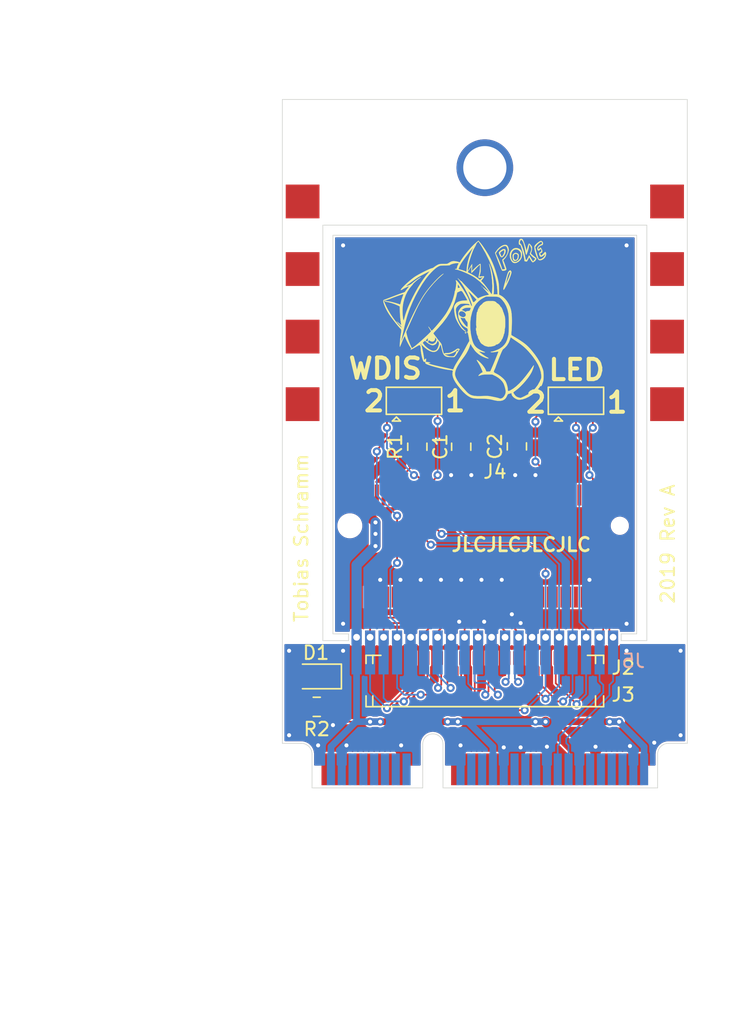
<source format=kicad_pcb>
(kicad_pcb (version 20171130) (host pcbnew 5.1.4)
  (layers (0 F.Cu signal) (31 B.Cu signal) (34 B.Paste user) (35 F.Paste user) (36 B.SilkS user) (37 F.SilkS user) (38 B.Mask user) (39 F.Mask user) (44 Edge.Cuts user))
  (net 0 "")
  (net 1 "Net-(J1-Pad6)")
  (net 2 "Net-(J1-Pad8)")
  (net 3 "Net-(J1-Pad10)")
  (net 4 "Net-(J1-Pad12)")
  (net 5 "Net-(J1-Pad14)")
  (net 6 "Net-(J1-Pad16)")
  (net 7 "Net-(J1-Pad48)")
  (net 8 "Net-(J1-Pad46)")
  (net 9 "Net-(J1-Pad44)")
  (net 10 "Net-(J1-Pad42)")
  (net 11 "Net-(J1-Pad32)")
  (net 12 "Net-(J1-Pad30)")
  (net 13 "Net-(J1-Pad28)")
  (net 14 "Net-(J1-Pad22)")
  (net 15 "Net-(J1-Pad20)")
  (net 16 "Net-(J1-Pad17)")
  (net 17 "Net-(J1-Pad1)")
  (net 18 "Net-(J1-Pad3)")
  (net 19 "Net-(J1-Pad5)")
  (net 20 "Net-(J1-Pad7)")
  (net 21 "Net-(J1-Pad9)")
  (net 22 "Net-(J1-Pad11)")
  (net 23 "Net-(J1-Pad13)")
  (net 24 "Net-(J1-Pad51)")
  (net 25 "Net-(J1-Pad49)")
  (net 26 "Net-(J1-Pad47)")
  (net 27 "Net-(J1-Pad45)")
  (net 28 "Net-(J1-Pad33)")
  (net 29 "Net-(J1-Pad31)")
  (net 30 "Net-(J1-Pad25)")
  (net 31 "Net-(J1-Pad23)")
  (net 32 "Net-(J1-Pad21)")
  (net 33 "Net-(J1-Pad19)")
  (net 34 "Net-(J4-Pad71)")
  (net 35 "Net-(J4-Pad67)")
  (net 36 "Net-(J4-Pad65)")
  (net 37 "Net-(J4-Pad64)")
  (net 38 "Net-(J4-Pad62)")
  (net 39 "Net-(J4-Pad61)")
  (net 40 "Net-(J4-Pad59)")
  (net 41 "Net-(J4-Pad56)")
  (net 42 "Net-(J4-Pad54)")
  (net 43 "Net-(J4-Pad50)")
  (net 44 "Net-(J4-Pad48)")
  (net 45 "Net-(J4-Pad46)")
  (net 46 "Net-(J4-Pad44)")
  (net 47 "Net-(J4-Pad42)")
  (net 48 "Net-(J4-Pad40)")
  (net 49 "Net-(J4-Pad38)")
  (net 50 "Net-(J4-Pad36)")
  (net 51 "Net-(J4-Pad34)")
  (net 52 "Net-(J4-Pad32)")
  (net 53 "Net-(J4-Pad22)")
  (net 54 "Net-(J4-Pad21)")
  (net 55 "Net-(J4-Pad20)")
  (net 56 "Net-(J4-Pad19)")
  (net 57 "Net-(J4-Pad17)")
  (net 58 "Net-(J4-Pad16)")
  (net 59 "Net-(J4-Pad6)")
  (net 60 "Net-(J4-Pad73)")
  (net 61 "Net-(J4-Pad70)")
  (net 62 "Net-(J4-Pad68)")
  (net 63 "Net-(J4-Pad66)")
  (net 64 +3V3)
  (net 65 GND)
  (net 66 /SMB_CLK)
  (net 67 /SMB_DATA)
  (net 68 /~WAKE)
  (net 69 /~CLKREQ)
  (net 70 /REFCLK-)
  (net 71 /REFCLK+)
  (net 72 /PER0-)
  (net 73 /PER0+)
  (net 74 /PET0-)
  (net 75 /PET0+)
  (net 76 /USB_D-)
  (net 77 /USB_D+)
  (net 78 /~LED_WLAN)
  (net 79 /~PERST)
  (net 80 /~W_DISABLE)
  (net 81 "Net-(D1-Pad2)")
  (net 82 "Net-(J7-Pad1)")
  (net 83 "Net-(J8-Pad1)")
  (net 84 "Net-(J9-Pad1)")
  (net 85 "Net-(J10-Pad1)")
  (net 86 "Net-(J11-Pad1)")
  (net 87 "Net-(J12-Pad1)")
  (net 88 "Net-(J13-Pad1)")
  (net 89 "Net-(J14-Pad1)")
  (net 90 "Net-(J15-Pad1)")
  (module amphenol-m.2:screw-stud (layer F.Cu) (at 35 25)
    (fp_text reference J15 hide)
    (fp_text value Conn_01x01)
    (pad 1 thru_hole circle (at 0 0) (size 4.2 4.2) (drill 3.2) (layers *.Cu *.Mask) (net 90 "Net-(J15-Pad1)"))
  )
  (module mechanical:Pad-2.5x2.5 (layer F.Cu) (at 21.5 42.5)
    (fp_text reference J14 hide)
    (fp_text value Conn_01x01)
    (pad 1 smd rect (at 0 0) (size 2.5 2.5) (layers F.Cu F.Paste F.Mask) (net 89 "Net-(J14-Pad1)"))
  )
  (module mechanical:Pad-2.5x2.5 (layer F.Cu) (at 21.5 32.5)
    (fp_text reference J13 hide)
    (fp_text value Conn_01x01)
    (pad 1 smd rect (at 0 0) (size 2.5 2.5) (layers F.Cu F.Paste F.Mask) (net 88 "Net-(J13-Pad1)"))
  )
  (module mechanical:Pad-2.5x2.5 (layer F.Cu) (at 48.5 42.5)
    (fp_text reference J12 hide)
    (fp_text value Conn_01x01)
    (pad 1 smd rect (at 0 0) (size 2.5 2.5) (layers F.Cu F.Paste F.Mask) (net 87 "Net-(J12-Pad1)"))
  )
  (module mechanical:Pad-2.5x2.5 (layer F.Cu) (at 48.5 32.5)
    (fp_text reference J11 hide)
    (fp_text value Conn_01x01)
    (pad 1 smd rect (at 0 0) (size 2.5 2.5) (layers F.Cu F.Paste F.Mask) (net 86 "Net-(J11-Pad1)"))
  )
  (module mechanical:Pad-2.5x2.5 (layer F.Cu) (at 21.5 37.5)
    (fp_text reference J10 hide)
    (fp_text value Conn_01x01)
    (pad 1 smd rect (at 0 0) (size 2.5 2.5) (layers F.Cu F.Paste F.Mask) (net 85 "Net-(J10-Pad1)"))
  )
  (module mechanical:Pad-2.5x2.5 (layer F.Cu) (at 21.5 27.5)
    (fp_text reference J9 hide)
    (fp_text value Conn_01x01)
    (pad 1 smd rect (at 0 0) (size 2.5 2.5) (layers F.Cu F.Paste F.Mask) (net 84 "Net-(J9-Pad1)"))
  )
  (module mechanical:Pad-2.5x2.5 (layer F.Cu) (at 48.5 37.5)
    (fp_text reference J8 hide)
    (fp_text value Conn_01x01)
    (pad 1 smd rect (at 0 0) (size 2.5 2.5) (layers F.Cu F.Paste F.Mask) (net 83 "Net-(J8-Pad1)"))
  )
  (module mechanical:Pad-2.5x2.5 (layer F.Cu) (at 48.5 27.5)
    (fp_text reference J7 hide)
    (fp_text value Conn_01x01)
    (pad 1 smd rect (at 0 0) (size 2.5 2.5) (layers F.Cu F.Paste F.Mask) (net 82 "Net-(J7-Pad1)"))
  )
  (module lib:poke (layer F.Cu) (at 33.5 36.25)
    (fp_text reference G*** hide)
    (fp_text value LOGO hide)
  )
  (module Capacitor_SMD:C_0805_2012Metric_Pad1.15x1.40mm_HandSolder (layer F.Cu) (at 37.375 45.625 270)
    (fp_text reference C2 (at 0 1.625 90) (layer F.SilkS))
    (fp_text value C)
    (pad 2 smd roundrect (at 1.025 0 270) (size 1.15 1.4) (layers F.Cu F.Paste F.Mask) (roundrect_rratio 0.217391) (net 65 GND))
    (pad 1 smd roundrect (at -1.025 0 270) (size 1.15 1.4) (layers F.Cu F.Paste F.Mask) (roundrect_rratio 0.217391) (net 64 +3V3))
  )
  (module Capacitor_SMD:C_0805_2012Metric_Pad1.15x1.40mm_HandSolder (layer F.Cu) (at 33.25 45.65 270)
    (fp_text reference C1 (at 0 1.55 90) (layer F.SilkS))
    (fp_text value C)
    (pad 2 smd roundrect (at 1.025 0 270) (size 1.15 1.4) (layers F.Cu F.Paste F.Mask) (roundrect_rratio 0.217391) (net 65 GND))
    (pad 1 smd roundrect (at -1.025 0 270) (size 1.15 1.4) (layers F.Cu F.Paste F.Mask) (roundrect_rratio 0.217391) (net 64 +3V3))
  )
  (module Jumper:SolderJumper-3_P1.3mm_Open_Pad1.0x1.5mm (layer F.Cu) (at 29.75 42.25)
    (fp_text reference JP2 hide)
    (fp_text value SolderJumper_3_Open)
    (pad 1 smd rect (at -1.3 0) (size 1 1.5) (layers F.Cu F.Mask) (net 41 "Net-(J4-Pad56)"))
    (pad 2 smd rect (at 0 0) (size 1 1.5) (layers F.Cu F.Mask) (net 80 /~W_DISABLE))
    (pad 3 smd rect (at 1.3 0) (size 1 1.5) (layers F.Cu F.Mask) (net 42 "Net-(J4-Pad54)"))
  )
  (module Jumper:SolderJumper-3_P1.3mm_Open_Pad1.0x1.5mm (layer F.Cu) (at 41.75 42.25)
    (fp_text reference JP1 hide)
    (fp_text value SolderJumper_3_Open)
    (pad 1 smd rect (at -1.3 0) (size 1 1.5) (layers F.Cu F.Mask) (net 58 "Net-(J4-Pad16)"))
    (pad 2 smd rect (at 0 0) (size 1 1.5) (layers F.Cu F.Mask) (net 78 /~LED_WLAN))
    (pad 3 smd rect (at 1.3 0) (size 1 1.5) (layers F.Cu F.Mask) (net 59 "Net-(J4-Pad6)"))
  )
  (module Resistor_SMD:R_0805_2012Metric_Pad1.15x1.40mm_HandSolder (layer F.Cu) (at 22.55 64.9 180)
    (fp_text reference R2 (at 0 -1.65) (layer F.SilkS))
    (fp_text value "1 kR")
    (pad 2 smd roundrect (at 1.025 0 180) (size 1.15 1.4) (layers F.Cu F.Paste F.Mask) (roundrect_rratio 0.217391) (net 81 "Net-(D1-Pad2)"))
    (pad 1 smd roundrect (at -1.025 0 180) (size 1.15 1.4) (layers F.Cu F.Paste F.Mask) (roundrect_rratio 0.217391) (net 64 +3V3))
  )
  (module LED_SMD:LED_0805_2012Metric_Castellated (layer F.Cu) (at 22.49 62.65 180)
    (fp_text reference D1 (at 0 1.75) (layer F.SilkS))
    (fp_text value LED)
    (pad 2 smd roundrect (at 0.9625 0 180) (size 1.325 1.3) (layers F.Cu F.Paste F.Mask) (roundrect_rratio 0.192308) (net 81 "Net-(D1-Pad2)"))
    (pad 1 smd roundrect (at -0.9625 0 180) (size 1.325 1.3) (layers F.Cu F.Paste F.Mask) (roundrect_rratio 0.192308) (net 65 GND))
  )
  (module Resistor_SMD:R_0805_2012Metric_Pad1.15x1.40mm_HandSolder (layer F.Cu) (at 30 45.65 90)
    (fp_text reference R1 (at 0 -1.65 90) (layer F.SilkS))
    (fp_text value "10 kR")
    (pad 2 smd roundrect (at 1.025 0 90) (size 1.15 1.4) (layers F.Cu F.Paste F.Mask) (roundrect_rratio 0.217391) (net 64 +3V3))
    (pad 1 smd roundrect (at -1.025 0 90) (size 1.15 1.4) (layers F.Cu F.Paste F.Mask) (roundrect_rratio 0.217391) (net 38 "Net-(J4-Pad62)"))
  )
  (module Connector_BoardToBoard:castellated-20p-P1.0 (layer F.Cu) (at 35 59.75)
    (fp_text reference J6 hide)
    (fp_text value Conn_01x20)
    (pad 20 thru_hole rect (at 9.5 0) (size 0.75 1) (drill 0.5) (layers *.Cu *.Mask) (net 77 /USB_D+))
    (pad 19 thru_hole rect (at 8.5 0) (size 0.75 1) (drill 0.5) (layers *.Cu *.Mask) (net 76 /USB_D-))
    (pad 18 thru_hole rect (at 7.5 0) (size 0.75 1) (drill 0.5) (layers *.Cu *.Mask) (net 78 /~LED_WLAN))
    (pad 17 thru_hole rect (at 6.5 0) (size 0.75 1) (drill 0.5) (layers *.Cu *.Mask) (net 67 /SMB_DATA))
    (pad 16 thru_hole rect (at 5.5 0) (size 0.75 1) (drill 0.5) (layers *.Cu *.Mask) (net 66 /SMB_CLK))
    (pad 15 thru_hole rect (at 4.5 0) (size 0.75 1) (drill 0.5) (layers *.Cu *.Mask) (net 79 /~PERST))
    (pad 14 thru_hole rect (at 3.5 0) (size 0.75 1) (drill 0.5) (layers *.Cu *.Mask) (net 65 GND))
    (pad 13 thru_hole rect (at 2.5 0) (size 0.75 1) (drill 0.5) (layers *.Cu *.Mask) (net 75 /PET0+))
    (pad 12 thru_hole rect (at 1.5 0) (size 0.75 1) (drill 0.5) (layers *.Cu *.Mask) (net 74 /PET0-))
    (pad 11 thru_hole rect (at 0.5 0) (size 0.75 1) (drill 0.5) (layers *.Cu *.Mask) (net 65 GND))
    (pad 10 thru_hole rect (at -0.5 0) (size 0.75 1) (drill 0.5) (layers *.Cu *.Mask) (net 73 /PER0+))
    (pad 9 thru_hole rect (at -1.5 0) (size 0.75 1) (drill 0.5) (layers *.Cu *.Mask) (net 72 /PER0-))
    (pad 8 thru_hole rect (at -2.5 0) (size 0.75 1) (drill 0.5) (layers *.Cu *.Mask) (net 65 GND))
    (pad 7 thru_hole rect (at -3.5 0) (size 0.75 1) (drill 0.5) (layers *.Cu *.Mask) (net 71 /REFCLK+))
    (pad 6 thru_hole rect (at -4.5 0) (size 0.75 1) (drill 0.5) (layers *.Cu *.Mask) (net 70 /REFCLK-))
    (pad 5 thru_hole rect (at -5.5 0) (size 0.75 1) (drill 0.5) (layers *.Cu *.Mask) (net 65 GND))
    (pad 4 thru_hole rect (at -6.5 0) (size 0.75 1) (drill 0.5) (layers *.Cu *.Mask) (net 80 /~W_DISABLE))
    (pad 3 thru_hole rect (at -7.5 0) (size 0.75 1) (drill 0.5) (layers *.Cu *.Mask) (net 69 /~CLKREQ))
    (pad 2 thru_hole rect (at -8.5 0) (size 0.75 1) (drill 0.5) (layers *.Cu *.Mask) (net 68 /~WAKE))
    (pad 1 thru_hole rect (at -9.5 0) (size 0.75 1) (drill 0.5) (layers *.Cu *.Mask) (net 64 +3V3))
  )
  (module Connector_BoardToBoard:solder-20p-P1.0 (layer B.Cu) (at 35 61.5)
    (fp_text reference J5 (at 11 0) (layer B.SilkS) (effects (justify mirror)))
    (fp_text value Conn_01x20)
    (pad 20 smd rect (at 9.5 0) (size 0.75 2) (layers B.Cu B.Paste B.Mask) (net 77 /USB_D+))
    (pad 19 smd rect (at 8.5 0) (size 0.75 2) (layers B.Cu B.Paste B.Mask) (net 76 /USB_D-))
    (pad 18 smd rect (at 7.5 0) (size 0.75 2) (layers B.Cu B.Paste B.Mask) (net 78 /~LED_WLAN))
    (pad 17 smd rect (at 6.5 0) (size 0.75 2) (layers B.Cu B.Paste B.Mask) (net 67 /SMB_DATA))
    (pad 16 smd rect (at 5.5 0) (size 0.75 2) (layers B.Cu B.Paste B.Mask) (net 66 /SMB_CLK))
    (pad 15 smd rect (at 4.5 0) (size 0.75 2) (layers B.Cu B.Paste B.Mask) (net 79 /~PERST))
    (pad 14 smd rect (at 3.5 0) (size 0.75 2) (layers B.Cu B.Paste B.Mask) (net 65 GND))
    (pad 13 smd rect (at 2.5 0) (size 0.75 2) (layers B.Cu B.Paste B.Mask) (net 75 /PET0+))
    (pad 12 smd rect (at 1.5 0) (size 0.75 2) (layers B.Cu B.Paste B.Mask) (net 74 /PET0-))
    (pad 11 smd rect (at 0.5 0) (size 0.75 2) (layers B.Cu B.Paste B.Mask) (net 65 GND))
    (pad 10 smd rect (at -0.5 0) (size 0.75 2) (layers B.Cu B.Paste B.Mask) (net 73 /PER0+))
    (pad 9 smd rect (at -1.5 0) (size 0.75 2) (layers B.Cu B.Paste B.Mask) (net 72 /PER0-))
    (pad 8 smd rect (at -2.5 0) (size 0.75 2) (layers B.Cu B.Paste B.Mask) (net 65 GND))
    (pad 7 smd rect (at -3.5 0) (size 0.75 2) (layers B.Cu B.Paste B.Mask) (net 71 /REFCLK+))
    (pad 6 smd rect (at -4.5 0) (size 0.75 2) (layers B.Cu B.Paste B.Mask) (net 70 /REFCLK-))
    (pad 5 smd rect (at -5.5 0) (size 0.75 2) (layers B.Cu B.Paste B.Mask) (net 65 GND))
    (pad 4 smd rect (at -6.5 0) (size 0.75 2) (layers B.Cu B.Paste B.Mask) (net 80 /~W_DISABLE))
    (pad 3 smd rect (at -7.5 0) (size 0.75 2) (layers B.Cu B.Paste B.Mask) (net 69 /~CLKREQ))
    (pad 2 smd rect (at -8.5 0) (size 0.75 2) (layers B.Cu B.Paste B.Mask) (net 68 /~WAKE))
    (pad 1 smd rect (at -9.5 0) (size 0.75 2) (layers B.Cu B.Paste B.Mask) (net 64 +3V3))
  )
  (module amphenol-m.2:MDTXXXXXX001 (layer F.Cu) (at 35 51.5 180)
    (fp_text reference J4 (at -0.75 4) (layer F.SilkS))
    (fp_text value M.2-NGFF-A+E-Key)
    (pad 75 smd rect (at 9.25 -5.275 180) (size 0.3 1.55) (layers F.Cu F.Paste F.Mask) (net 65 GND))
    (pad 74 smd rect (at 9 2.275 180) (size 0.3 1.55) (layers F.Cu F.Paste F.Mask) (net 64 +3V3))
    (pad 73 smd rect (at 8.75 -5.275 180) (size 0.3 1.55) (layers F.Cu F.Paste F.Mask) (net 60 "Net-(J4-Pad73)"))
    (pad 72 smd rect (at 8.5 2.275 180) (size 0.3 1.55) (layers F.Cu F.Paste F.Mask) (net 64 +3V3))
    (pad 71 smd rect (at 8.25 -5.275 180) (size 0.3 1.55) (layers F.Cu F.Paste F.Mask) (net 34 "Net-(J4-Pad71)"))
    (pad 70 smd rect (at 8 2.275 180) (size 0.3 1.55) (layers F.Cu F.Paste F.Mask) (net 61 "Net-(J4-Pad70)"))
    (pad 69 smd rect (at 7.75 -5.275 180) (size 0.3 1.55) (layers F.Cu F.Paste F.Mask) (net 65 GND))
    (pad 68 smd rect (at 7.5 2.275 180) (size 0.3 1.55) (layers F.Cu F.Paste F.Mask) (net 62 "Net-(J4-Pad68)"))
    (pad 67 smd rect (at 7.25 -5.275 180) (size 0.3 1.55) (layers F.Cu F.Paste F.Mask) (net 35 "Net-(J4-Pad67)"))
    (pad 66 smd rect (at 7 2.275 180) (size 0.3 1.55) (layers F.Cu F.Paste F.Mask) (net 63 "Net-(J4-Pad66)"))
    (pad 65 smd rect (at 6.75 -5.275 180) (size 0.3 1.55) (layers F.Cu F.Paste F.Mask) (net 36 "Net-(J4-Pad65)"))
    (pad 64 smd rect (at 6.5 2.275 180) (size 0.3 1.55) (layers F.Cu F.Paste F.Mask) (net 37 "Net-(J4-Pad64)"))
    (pad 63 smd rect (at 6.25 -5.275 180) (size 0.3 1.55) (layers F.Cu F.Paste F.Mask) (net 65 GND))
    (pad 62 smd rect (at 6 2.275 180) (size 0.3 1.55) (layers F.Cu F.Paste F.Mask) (net 38 "Net-(J4-Pad62)"))
    (pad 61 smd rect (at 5.75 -5.275 180) (size 0.3 1.55) (layers F.Cu F.Paste F.Mask) (net 39 "Net-(J4-Pad61)"))
    (pad 60 smd rect (at 5.5 2.275 180) (size 0.3 1.55) (layers F.Cu F.Paste F.Mask) (net 66 /SMB_CLK))
    (pad 59 smd rect (at 5.25 -5.275 180) (size 0.3 1.55) (layers F.Cu F.Paste F.Mask) (net 40 "Net-(J4-Pad59)"))
    (pad 58 smd rect (at 5 2.275 180) (size 0.3 1.55) (layers F.Cu F.Paste F.Mask) (net 67 /SMB_DATA))
    (pad 57 smd rect (at 4.75 -5.275 180) (size 0.3 1.55) (layers F.Cu F.Paste F.Mask) (net 65 GND))
    (pad 56 smd rect (at 4.5 2.275 180) (size 0.3 1.55) (layers F.Cu F.Paste F.Mask) (net 41 "Net-(J4-Pad56)"))
    (pad 55 smd rect (at 4.25 -5.275 180) (size 0.3 1.55) (layers F.Cu F.Paste F.Mask) (net 68 /~WAKE))
    (pad 54 smd rect (at 4 2.275 180) (size 0.3 1.55) (layers F.Cu F.Paste F.Mask) (net 42 "Net-(J4-Pad54)"))
    (pad 53 smd rect (at 3.75 -5.275 180) (size 0.3 1.55) (layers F.Cu F.Paste F.Mask) (net 69 /~CLKREQ))
    (pad 52 smd rect (at 3.5 2.275 180) (size 0.3 1.55) (layers F.Cu F.Paste F.Mask) (net 79 /~PERST))
    (pad 51 smd rect (at 3.25 -5.275 180) (size 0.3 1.55) (layers F.Cu F.Paste F.Mask) (net 65 GND))
    (pad 50 smd rect (at 3 2.275 180) (size 0.3 1.55) (layers F.Cu F.Paste F.Mask) (net 43 "Net-(J4-Pad50)"))
    (pad 49 smd rect (at 2.75 -5.275 180) (size 0.3 1.55) (layers F.Cu F.Paste F.Mask) (net 70 /REFCLK-))
    (pad 48 smd rect (at 2.5 2.275 180) (size 0.3 1.55) (layers F.Cu F.Paste F.Mask) (net 44 "Net-(J4-Pad48)"))
    (pad 47 smd rect (at 2.25 -5.275 180) (size 0.3 1.55) (layers F.Cu F.Paste F.Mask) (net 71 /REFCLK+))
    (pad 46 smd rect (at 2 2.275 180) (size 0.3 1.55) (layers F.Cu F.Paste F.Mask) (net 45 "Net-(J4-Pad46)"))
    (pad 45 smd rect (at 1.75 -5.275 180) (size 0.3 1.55) (layers F.Cu F.Paste F.Mask) (net 65 GND))
    (pad 44 smd rect (at 1.5 2.275 180) (size 0.3 1.55) (layers F.Cu F.Paste F.Mask) (net 46 "Net-(J4-Pad44)"))
    (pad 43 smd rect (at 1.25 -5.275 180) (size 0.3 1.55) (layers F.Cu F.Paste F.Mask) (net 72 /PER0-))
    (pad 42 smd rect (at 1 2.275 180) (size 0.3 1.55) (layers F.Cu F.Paste F.Mask) (net 47 "Net-(J4-Pad42)"))
    (pad 41 smd rect (at 0.75 -5.275 180) (size 0.3 1.55) (layers F.Cu F.Paste F.Mask) (net 73 /PER0+))
    (pad 40 smd rect (at 0.5 2.275 180) (size 0.3 1.55) (layers F.Cu F.Paste F.Mask) (net 48 "Net-(J4-Pad40)"))
    (pad 39 smd rect (at 0.25 -5.275 180) (size 0.3 1.55) (layers F.Cu F.Paste F.Mask) (net 65 GND))
    (pad 38 smd rect (at 0 2.275 180) (size 0.3 1.55) (layers F.Cu F.Paste F.Mask) (net 49 "Net-(J4-Pad38)"))
    (pad 37 smd rect (at -0.25 -5.275 180) (size 0.3 1.55) (layers F.Cu F.Paste F.Mask) (net 74 /PET0-))
    (pad 36 smd rect (at -0.5 2.275 180) (size 0.3 1.55) (layers F.Cu F.Paste F.Mask) (net 50 "Net-(J4-Pad36)"))
    (pad 35 smd rect (at -0.75 -5.275 180) (size 0.3 1.55) (layers F.Cu F.Paste F.Mask) (net 75 /PET0+))
    (pad 34 smd rect (at -1 2.275 180) (size 0.3 1.55) (layers F.Cu F.Paste F.Mask) (net 51 "Net-(J4-Pad34)"))
    (pad 33 smd rect (at -1.25 -5.275 180) (size 0.3 1.55) (layers F.Cu F.Paste F.Mask) (net 65 GND))
    (pad 32 smd rect (at -1.5 2.275 180) (size 0.3 1.55) (layers F.Cu F.Paste F.Mask) (net 52 "Net-(J4-Pad32)"))
    (pad 31 smd rect (at -1.75 -5.275 180) (size 0.3 1.55) (layers F.Cu F.Paste F.Mask))
    (pad 30 smd rect (at -2 2.275 180) (size 0.3 1.55) (layers F.Cu F.Paste F.Mask))
    (pad 29 smd rect (at -2.25 -5.275 180) (size 0.3 1.55) (layers F.Cu F.Paste F.Mask))
    (pad 28 smd rect (at -2.5 2.275 180) (size 0.3 1.55) (layers F.Cu F.Paste F.Mask))
    (pad 27 smd rect (at -2.75 -5.275 180) (size 0.3 1.55) (layers F.Cu F.Paste F.Mask))
    (pad 26 smd rect (at -3 2.275 180) (size 0.3 1.55) (layers F.Cu F.Paste F.Mask))
    (pad 25 smd rect (at -3.25 -5.275 180) (size 0.3 1.55) (layers F.Cu F.Paste F.Mask))
    (pad 24 smd rect (at -3.5 2.275 180) (size 0.3 1.55) (layers F.Cu F.Paste F.Mask))
    (pad 23 smd rect (at -3.75 -5.275 180) (size 0.3 1.55) (layers F.Cu F.Paste F.Mask))
    (pad 22 smd rect (at -4 2.275 180) (size 0.3 1.55) (layers F.Cu F.Paste F.Mask) (net 53 "Net-(J4-Pad22)"))
    (pad 21 smd rect (at -4.25 -5.275 180) (size 0.3 1.55) (layers F.Cu F.Paste F.Mask) (net 54 "Net-(J4-Pad21)"))
    (pad 20 smd rect (at -4.5 2.275 180) (size 0.3 1.55) (layers F.Cu F.Paste F.Mask) (net 55 "Net-(J4-Pad20)"))
    (pad 19 smd rect (at -4.75 -5.275 180) (size 0.3 1.55) (layers F.Cu F.Paste F.Mask) (net 56 "Net-(J4-Pad19)"))
    (pad 18 smd rect (at -5 2.275 180) (size 0.3 1.55) (layers F.Cu F.Paste F.Mask) (net 65 GND))
    (pad 17 smd rect (at -5.25 -5.275 180) (size 0.3 1.55) (layers F.Cu F.Paste F.Mask) (net 57 "Net-(J4-Pad17)"))
    (pad 16 smd rect (at -5.5 2.275 180) (size 0.3 1.55) (layers F.Cu F.Paste F.Mask) (net 58 "Net-(J4-Pad16)"))
    (pad 15 smd rect (at -5.75 -5.275 180) (size 0.3 1.55) (layers F.Cu F.Paste F.Mask))
    (pad 14 smd rect (at -6 2.275 180) (size 0.3 1.55) (layers F.Cu F.Paste F.Mask))
    (pad 13 smd rect (at -6.25 -5.275 180) (size 0.3 1.55) (layers F.Cu F.Paste F.Mask))
    (pad 12 smd rect (at -6.5 2.275 180) (size 0.3 1.55) (layers F.Cu F.Paste F.Mask))
    (pad 11 smd rect (at -6.75 -5.275 180) (size 0.3 1.55) (layers F.Cu F.Paste F.Mask))
    (pad 10 smd rect (at -7 2.275 180) (size 0.3 1.55) (layers F.Cu F.Paste F.Mask))
    (pad 9 smd rect (at -7.25 -5.275 180) (size 0.3 1.55) (layers F.Cu F.Paste F.Mask))
    (pad 8 smd rect (at -7.5 2.275 180) (size 0.3 1.55) (layers F.Cu F.Paste F.Mask))
    (pad 7 smd rect (at -7.75 -5.275 180) (size 0.3 1.55) (layers F.Cu F.Paste F.Mask) (net 65 GND))
    (pad 6 smd rect (at -8 2.275 180) (size 0.3 1.55) (layers F.Cu F.Paste F.Mask) (net 59 "Net-(J4-Pad6)"))
    (pad 5 smd rect (at -8.25 -5.275 180) (size 0.3 1.55) (layers F.Cu F.Paste F.Mask) (net 76 /USB_D-))
    (pad 4 smd rect (at -8.5 2.275 180) (size 0.3 1.55) (layers F.Cu F.Paste F.Mask) (net 64 +3V3))
    (pad 3 smd rect (at -8.75 -5.275 180) (size 0.3 1.55) (layers F.Cu F.Paste F.Mask) (net 77 /USB_D+))
    (pad 2 smd rect (at -9 2.275 180) (size 0.3 1.55) (layers F.Cu F.Paste F.Mask) (net 64 +3V3))
    (pad 1 smd rect (at -9.25 -5.275 180) (size 0.3 1.55) (layers F.Cu F.Paste F.Mask) (net 65 GND))
    (pad MP smd rect (at -10.35 -4.5 180) (size 1.2 2.7) (layers F.Cu F.Paste F.Mask) (net 65 GND))
    (pad MP smd rect (at 10.35 -4.5 180) (size 1.2 2.7) (layers F.Cu F.Paste F.Mask) (net 65 GND))
    (pad "" np_thru_hole circle (at -10 0 180) (size 1.1 1.1) (drill 1.1) (layers *.Cu *.Mask))
    (pad "" np_thru_hole circle (at 10 0 180) (size 1.6 1.6) (drill 1.6) (layers *.Cu *.Mask))
  )
  (module molex-easy-on-545xxx:Molex-Easy-On-54548-2471-P0.5 (layer F.Cu) (at 35 61.29)
    (fp_text reference J3 (at 10.25 2.71) (layer F.SilkS))
    (fp_text value Conn_01x24_MountingPin)
    (pad MP smd rect (at 8.025 1.9) (size 1.65 1.3) (layers F.Cu F.Paste F.Mask) (net 65 GND))
    (pad MP smd rect (at -8.025 1.9) (size 1.65 1.3) (layers F.Cu F.Paste F.Mask) (net 65 GND))
    (pad 24 smd rect (at 5.75 0) (size 0.3 1) (layers F.Cu F.Paste F.Mask) (net 65 GND))
    (pad 23 smd rect (at 5.25 0) (size 0.3 1) (layers F.Cu F.Paste F.Mask) (net 78 /~LED_WLAN))
    (pad 22 smd rect (at 4.75 0) (size 0.3 1) (layers F.Cu F.Paste F.Mask) (net 65 GND))
    (pad 21 smd rect (at 4.25 0) (size 0.3 1) (layers F.Cu F.Paste F.Mask) (net 67 /SMB_DATA))
    (pad 20 smd rect (at 3.75 0) (size 0.3 1) (layers F.Cu F.Paste F.Mask) (net 65 GND))
    (pad 19 smd rect (at 3.25 0) (size 0.3 1) (layers F.Cu F.Paste F.Mask) (net 66 /SMB_CLK))
    (pad 18 smd rect (at 2.75 0) (size 0.3 1) (layers F.Cu F.Paste F.Mask) (net 65 GND))
    (pad 17 smd rect (at 2.25 0) (size 0.3 1) (layers F.Cu F.Paste F.Mask) (net 75 /PET0+))
    (pad 16 smd rect (at 1.75 0) (size 0.3 1) (layers F.Cu F.Paste F.Mask) (net 74 /PET0-))
    (pad 15 smd rect (at 1.25 0) (size 0.3 1) (layers F.Cu F.Paste F.Mask) (net 65 GND))
    (pad 14 smd rect (at 0.75 0) (size 0.3 1) (layers F.Cu F.Paste F.Mask) (net 73 /PER0+))
    (pad 13 smd rect (at 0.25 0) (size 0.3 1) (layers F.Cu F.Paste F.Mask) (net 72 /PER0-))
    (pad 12 smd rect (at -0.25 0) (size 0.3 1) (layers F.Cu F.Paste F.Mask) (net 65 GND))
    (pad 11 smd rect (at -0.75 0) (size 0.3 1) (layers F.Cu F.Paste F.Mask) (net 79 /~PERST))
    (pad 10 smd rect (at -1.25 0) (size 0.3 1) (layers F.Cu F.Paste F.Mask) (net 65 GND))
    (pad 9 smd rect (at -1.75 0) (size 0.3 1) (layers F.Cu F.Paste F.Mask) (net 80 /~W_DISABLE))
    (pad 8 smd rect (at -2.25 0) (size 0.3 1) (layers F.Cu F.Paste F.Mask) (net 65 GND))
    (pad 7 smd rect (at -2.75 0) (size 0.3 1) (layers F.Cu F.Paste F.Mask) (net 71 /REFCLK+))
    (pad 6 smd rect (at -3.25 0) (size 0.3 1) (layers F.Cu F.Paste F.Mask) (net 70 /REFCLK-))
    (pad 5 smd rect (at -3.75 0) (size 0.3 1) (layers F.Cu F.Paste F.Mask) (net 65 GND))
    (pad 4 smd rect (at -4.25 0) (size 0.3 1) (layers F.Cu F.Paste F.Mask) (net 69 /~CLKREQ))
    (pad 3 smd rect (at -4.75 0) (size 0.3 1) (layers F.Cu F.Paste F.Mask) (net 65 GND))
    (pad 2 smd rect (at -5.25 0) (size 0.3 1) (layers F.Cu F.Paste F.Mask) (net 68 /~WAKE))
    (pad 1 smd rect (at -5.75 0) (size 0.3 1) (layers F.Cu F.Paste F.Mask) (net 65 GND))
  )
  (module molex-easy-on-545xxx:Molex-Easy-On-54548-2271-P0.5 (layer F.Cu) (at 35 61.29)
    (fp_text reference J2 (at 10.25 0.71) (layer F.SilkS))
    (fp_text value Conn_01x22_MountingPin)
    (pad MP smd rect (at 7.525 1.9) (size 1.65 1.3) (layers F.Cu F.Paste F.Mask) (net 65 GND))
    (pad MP smd rect (at -7.525 1.9) (size 1.65 1.3) (layers F.Cu F.Paste F.Mask) (net 65 GND))
    (pad 22 smd rect (at 5.25 0) (size 0.3 1) (layers F.Cu F.Paste F.Mask) (net 78 /~LED_WLAN))
    (pad 21 smd rect (at 4.75 0) (size 0.3 1) (layers F.Cu F.Paste F.Mask) (net 65 GND))
    (pad 20 smd rect (at 4.25 0) (size 0.3 1) (layers F.Cu F.Paste F.Mask) (net 67 /SMB_DATA))
    (pad 19 smd rect (at 3.75 0) (size 0.3 1) (layers F.Cu F.Paste F.Mask) (net 65 GND))
    (pad 18 smd rect (at 3.25 0) (size 0.3 1) (layers F.Cu F.Paste F.Mask) (net 66 /SMB_CLK))
    (pad 17 smd rect (at 2.75 0) (size 0.3 1) (layers F.Cu F.Paste F.Mask) (net 65 GND))
    (pad 16 smd rect (at 2.25 0) (size 0.3 1) (layers F.Cu F.Paste F.Mask) (net 75 /PET0+))
    (pad 15 smd rect (at 1.75 0) (size 0.3 1) (layers F.Cu F.Paste F.Mask) (net 74 /PET0-))
    (pad 14 smd rect (at 1.25 0) (size 0.3 1) (layers F.Cu F.Paste F.Mask) (net 65 GND))
    (pad 13 smd rect (at 0.75 0) (size 0.3 1) (layers F.Cu F.Paste F.Mask) (net 73 /PER0+))
    (pad 12 smd rect (at 0.25 0) (size 0.3 1) (layers F.Cu F.Paste F.Mask) (net 72 /PER0-))
    (pad 11 smd rect (at -0.25 0) (size 0.3 1) (layers F.Cu F.Paste F.Mask) (net 65 GND))
    (pad 10 smd rect (at -0.75 0) (size 0.3 1) (layers F.Cu F.Paste F.Mask) (net 79 /~PERST))
    (pad 9 smd rect (at -1.25 0) (size 0.3 1) (layers F.Cu F.Paste F.Mask) (net 65 GND))
    (pad 8 smd rect (at -1.75 0) (size 0.3 1) (layers F.Cu F.Paste F.Mask) (net 80 /~W_DISABLE))
    (pad 7 smd rect (at -2.25 0) (size 0.3 1) (layers F.Cu F.Paste F.Mask) (net 65 GND))
    (pad 6 smd rect (at -2.75 0) (size 0.3 1) (layers F.Cu F.Paste F.Mask) (net 71 /REFCLK+))
    (pad 5 smd rect (at -3.25 0) (size 0.3 1) (layers F.Cu F.Paste F.Mask) (net 70 /REFCLK-))
    (pad 4 smd rect (at -3.75 0) (size 0.3 1) (layers F.Cu F.Paste F.Mask) (net 65 GND))
    (pad 3 smd rect (at -4.25 0) (size 0.3 1) (layers F.Cu F.Paste F.Mask) (net 69 /~CLKREQ))
    (pad 2 smd rect (at -4.75 0) (size 0.3 1) (layers F.Cu F.Paste F.Mask) (net 65 GND))
    (pad 1 smd rect (at -5.25 0) (size 0.3 1) (layers F.Cu F.Paste F.Mask) (net 68 /~WAKE))
  )
  (module mpcie:mini-PCIe_F1_Full (layer F.Cu) (at 31.15 70.9)
    (fp_text reference J1 hide)
    (fp_text value miniPCIe)
    (fp_line (start -0.75 0) (end -0.75 -3.25) (layer Edge.Cuts) (width 0.05))
    (fp_line (start 0.75 0) (end 16.65 0) (layer Edge.Cuts) (width 0.05))
    (fp_line (start -11.15 -3.3) (end -11.15 -50.95) (layer Edge.Cuts) (width 0.05))
    (fp_line (start 18.85 -3.3) (end 18.85 -50.95) (layer Edge.Cuts) (width 0.05))
    (fp_line (start -11.15 -50.95) (end 18.85 -50.95) (layer Edge.Cuts) (width 0.05))
    (fp_line (start -0.75 0) (end -8.95 0) (layer Edge.Cuts) (width 0.05))
    (fp_arc (start 17.45 -2.5) (end 16.65 -2.5) (angle 90) (layer Edge.Cuts) (width 0.05))
    (fp_line (start 17.45 -3.3) (end 18.85 -3.3) (layer Edge.Cuts) (width 0.05))
    (fp_line (start 16.65 0) (end 16.65 -2.5) (layer Edge.Cuts) (width 0.05))
    (fp_arc (start -9.75 -2.5) (end -8.95 -2.5) (angle -90) (layer Edge.Cuts) (width 0.05))
    (fp_line (start -11.15 -3.3) (end -9.75 -3.3) (layer Edge.Cuts) (width 0.05))
    (fp_line (start -8.95 0) (end -8.95 -2.5) (layer Edge.Cuts) (width 0.05))
    (fp_line (start 0.75 0) (end 0.75 -3.25) (layer Edge.Cuts) (width 0.05))
    (fp_arc (start 0 -3.25) (end 0.75 -3.25) (angle -180) (layer Edge.Cuts) (width 0.05))
    (pad 2 smd rect (at -7.55 -1.375) (size 0.6 2.35) (layers B.Cu B.Mask) (net 64 +3V3))
    (pad 4 smd rect (at -6.75 -1.375) (size 0.6 2.35) (layers B.Cu B.Mask) (net 65 GND))
    (pad 6 smd rect (at -5.95 -1.375) (size 0.6 2.35) (layers B.Cu B.Mask) (net 1 "Net-(J1-Pad6)"))
    (pad 8 smd rect (at -5.15 -1.375) (size 0.6 2.35) (layers B.Cu B.Mask) (net 2 "Net-(J1-Pad8)"))
    (pad 10 smd rect (at -4.35 -1.375) (size 0.6 2.35) (layers B.Cu B.Mask) (net 3 "Net-(J1-Pad10)"))
    (pad 12 smd rect (at -3.55 -1.375) (size 0.6 2.35) (layers B.Cu B.Mask) (net 4 "Net-(J1-Pad12)"))
    (pad 14 smd rect (at -2.75 -1.375) (size 0.6 2.35) (layers B.Cu B.Mask) (net 5 "Net-(J1-Pad14)"))
    (pad 16 smd rect (at -1.95 -1.375) (size 0.6 2.35) (layers B.Cu B.Mask) (net 6 "Net-(J1-Pad16)"))
    (pad 52 smd rect (at 15.65 -1.375) (size 0.6 2.35) (layers B.Cu B.Mask) (net 64 +3V3))
    (pad 50 smd rect (at 14.85 -1.375) (size 0.6 2.35) (layers B.Cu B.Mask) (net 65 GND))
    (pad 48 smd rect (at 14.05 -1.375) (size 0.6 2.35) (layers B.Cu B.Mask) (net 7 "Net-(J1-Pad48)"))
    (pad 46 smd rect (at 13.25 -1.375) (size 0.6 2.35) (layers B.Cu B.Mask) (net 8 "Net-(J1-Pad46)"))
    (pad 44 smd rect (at 12.45 -1.375) (size 0.6 2.35) (layers B.Cu B.Mask) (net 9 "Net-(J1-Pad44)"))
    (pad 42 smd rect (at 11.65 -1.375) (size 0.6 2.35) (layers B.Cu B.Mask) (net 10 "Net-(J1-Pad42)"))
    (pad 40 smd rect (at 10.85 -1.375) (size 0.6 2.35) (layers B.Cu B.Mask) (net 65 GND))
    (pad 38 smd rect (at 10.05 -1.375) (size 0.6 2.35) (layers B.Cu B.Mask) (net 77 /USB_D+))
    (pad 36 smd rect (at 9.25 -1.375) (size 0.6 2.35) (layers B.Cu B.Mask) (net 76 /USB_D-))
    (pad 34 smd rect (at 8.45 -1.375) (size 0.6 2.35) (layers B.Cu B.Mask) (net 65 GND))
    (pad 32 smd rect (at 7.65 -1.375) (size 0.6 2.35) (layers B.Cu B.Mask) (net 11 "Net-(J1-Pad32)"))
    (pad 30 smd rect (at 6.85 -1.375) (size 0.6 2.35) (layers B.Cu B.Mask) (net 12 "Net-(J1-Pad30)"))
    (pad 28 smd rect (at 6.05 -1.375) (size 0.6 2.35) (layers B.Cu B.Mask) (net 13 "Net-(J1-Pad28)"))
    (pad 26 smd rect (at 5.25 -1.375) (size 0.6 2.35) (layers B.Cu B.Mask) (net 65 GND))
    (pad 24 smd rect (at 4.45 -1.375) (size 0.6 2.35) (layers B.Cu B.Mask) (net 64 +3V3))
    (pad 22 smd rect (at 3.65 -1.375) (size 0.6 2.35) (layers B.Cu B.Mask) (net 14 "Net-(J1-Pad22)"))
    (pad 20 smd rect (at 2.85 -1.375) (size 0.6 2.35) (layers B.Cu B.Mask) (net 15 "Net-(J1-Pad20)"))
    (pad 18 smd rect (at 2.05 -1.375) (size 0.6 2.35) (layers B.Cu B.Mask) (net 65 GND))
    (pad 17 smd rect (at 1.65 -1.375) (size 0.6 2.35) (layers F.Cu F.Mask) (net 16 "Net-(J1-Pad17)"))
    (pad 1 smd rect (at -7.95 -1.375) (size 0.6 2.35) (layers F.Cu F.Mask) (net 17 "Net-(J1-Pad1)"))
    (pad 3 smd rect (at -7.15 -1.375) (size 0.6 2.35) (layers F.Cu F.Mask) (net 18 "Net-(J1-Pad3)"))
    (pad 5 smd rect (at -6.35 -1.375) (size 0.6 2.35) (layers F.Cu F.Mask) (net 19 "Net-(J1-Pad5)"))
    (pad 7 smd rect (at -5.55 -1.375) (size 0.6 2.35) (layers F.Cu F.Mask) (net 20 "Net-(J1-Pad7)"))
    (pad 9 smd rect (at -4.75 -1.375) (size 0.6 2.35) (layers F.Cu F.Mask) (net 21 "Net-(J1-Pad9)"))
    (pad 11 smd rect (at -3.95 -1.375) (size 0.6 2.35) (layers F.Cu F.Mask) (net 22 "Net-(J1-Pad11)"))
    (pad 13 smd rect (at -3.15 -1.375) (size 0.6 2.35) (layers F.Cu F.Mask) (net 23 "Net-(J1-Pad13)"))
    (pad 51 smd rect (at 15.25 -1.375) (size 0.6 2.35) (layers F.Cu F.Mask) (net 24 "Net-(J1-Pad51)"))
    (pad 49 smd rect (at 14.45 -1.375) (size 0.6 2.35) (layers F.Cu F.Mask) (net 25 "Net-(J1-Pad49)"))
    (pad 47 smd rect (at 13.65 -1.375) (size 0.6 2.35) (layers F.Cu F.Mask) (net 26 "Net-(J1-Pad47)"))
    (pad 45 smd rect (at 12.85 -1.375) (size 0.6 2.35) (layers F.Cu F.Mask) (net 27 "Net-(J1-Pad45)"))
    (pad 43 smd rect (at 12.05 -1.375) (size 0.6 2.35) (layers F.Cu F.Mask) (net 65 GND))
    (pad 41 smd rect (at 11.25 -1.375) (size 0.6 2.35) (layers F.Cu F.Mask) (net 64 +3V3))
    (pad 39 smd rect (at 10.45 -1.375) (size 0.6 2.35) (layers F.Cu F.Mask) (net 64 +3V3))
    (pad 37 smd rect (at 9.65 -1.375) (size 0.6 2.35) (layers F.Cu F.Mask) (net 65 GND))
    (pad 35 smd rect (at 8.85 -1.375) (size 0.6 2.35) (layers F.Cu F.Mask) (net 65 GND))
    (pad 33 smd rect (at 8.05 -1.375) (size 0.6 2.35) (layers F.Cu F.Mask) (net 28 "Net-(J1-Pad33)"))
    (pad 31 smd rect (at 7.25 -1.375) (size 0.6 2.35) (layers F.Cu F.Mask) (net 29 "Net-(J1-Pad31)"))
    (pad 29 smd rect (at 6.45 -1.375) (size 0.6 2.35) (layers F.Cu F.Mask) (net 65 GND))
    (pad 27 smd rect (at 5.65 -1.375) (size 0.6 2.35) (layers F.Cu F.Mask) (net 65 GND))
    (pad 25 smd rect (at 4.85 -1.375) (size 0.6 2.35) (layers F.Cu F.Mask) (net 30 "Net-(J1-Pad25)"))
    (pad 23 smd rect (at 4.05 -1.375) (size 0.6 2.35) (layers F.Cu F.Mask) (net 31 "Net-(J1-Pad23)"))
    (pad 21 smd rect (at 3.25 -1.375) (size 0.6 2.35) (layers F.Cu F.Mask) (net 32 "Net-(J1-Pad21)"))
    (pad 19 smd rect (at 2.45 -1.375) (size 0.6 2.35) (layers F.Cu F.Mask) (net 33 "Net-(J1-Pad19)"))
    (pad 15 smd rect (at -2.35 -1.375) (size 0.6 2.35) (layers F.Cu F.Mask) (net 65 GND))
    (pad "" np_thru_hole circle (at 15.95 -48.05) (size 2.6 2.6) (drill 2.6) (layers *.Cu))
    (pad "" np_thru_hole circle (at -8.25 -48.05) (size 2.6 2.6) (drill 2.6) (layers *.Cu))
  )
  (gr_text JLCJLCJLCJLC (at 37.7 52.9) (layer F.SilkS) (effects (font (size 1 1) (thickness 0.2))))
  (gr_text "2019 Rev A" (at 48.55 52.85 90) (layer F.SilkS) (effects (font (size 1 1))))
  (gr_text "Tobias Schramm" (at 21.4 52.4 90) (layer F.SilkS) (effects (font (size 1 1))))
  (gr_text "WDIS\n 2    1" (at 24.75 41.075) (layer F.SilkS) (effects (font (size 1.5 1.5) (thickness 0.3)) (justify left)))
  (gr_text "LED\n2    1" (at 41.8 41.175) (layer F.SilkS) (effects (font (size 1.5 1.5) (thickness 0.3))))
  (gr_line (start 45.1 59.5) (end 45.1 60) (layer Edge.Cuts) (width 0.05))
  (gr_line (start 46.25 59.5) (end 45.1 59.5) (layer Edge.Cuts) (width 0.05))
  (gr_line (start 46.25 30) (end 46.25 59.5) (layer Edge.Cuts) (width 0.05))
  (gr_line (start 24.9 59.5) (end 24.9 60) (layer Edge.Cuts) (width 0.05))
  (gr_line (start 23.75 59.5) (end 24.9 59.5) (layer Edge.Cuts) (width 0.05))
  (gr_line (start 47 60) (end 45.1 60) (layer Edge.Cuts) (width 0.05))
  (gr_line (start 47 29.25) (end 47 60) (layer Edge.Cuts) (width 0.05))
  (gr_line (start 23 29.25) (end 47 29.25) (layer Edge.Cuts) (width 0.05))
  (gr_line (start 23 60) (end 23 29.25) (layer Edge.Cuts) (width 0.05))
  (gr_line (start 24.9 60) (end 23 60) (layer Edge.Cuts) (width 0.05))
  (gr_line (start 23.75 30) (end 46.25 30) (layer Edge.Cuts) (width 0.05))
  (gr_line (start 23.75 59.5) (end 23.75 30) (layer Edge.Cuts) (width 0.05))
  (segment (start 29 49.225) (end 29 47.7) (width 0.127) (layer F.Cu) (net 38))
  (segment (start 29 47.7) (end 30 46.7) (width 0.127) (layer F.Cu) (net 38))
  (via (at 29.75 47.75) (size 0.6) (drill 0.3) (layers F.Cu B.Cu) (net 41))
  (segment (start 29.927 47.75) (end 29.75 47.75) (width 0.127) (layer F.Cu) (net 41))
  (segment (start 30.5 49.225) (end 30.5 48.323) (width 0.127) (layer F.Cu) (net 41))
  (segment (start 30.5 48.323) (end 29.927 47.75) (width 0.127) (layer F.Cu) (net 41))
  (segment (start 29.75 47.75) (end 29.450001 47.450001) (width 0.127) (layer B.Cu) (net 41))
  (via (at 27.75 44.25) (size 0.6) (drill 0.3) (layers F.Cu B.Cu) (net 41))
  (segment (start 29.450001 47.450001) (end 27.75 45.75) (width 0.127) (layer B.Cu) (net 41))
  (segment (start 27.75 45.75) (end 27.75 44.25) (width 0.127) (layer B.Cu) (net 41))
  (segment (start 27.75 44.25) (end 27.75 43) (width 0.127) (layer F.Cu) (net 41))
  (segment (start 27.75 43) (end 28.5 42.25) (width 0.127) (layer F.Cu) (net 41))
  (via (at 31.5 47.75) (size 0.6) (drill 0.3) (layers F.Cu B.Cu) (net 42))
  (segment (start 31.5 47.823) (end 31.5 47.75) (width 0.127) (layer F.Cu) (net 42))
  (segment (start 31 49.225) (end 31 48.323) (width 0.127) (layer F.Cu) (net 42))
  (segment (start 31 48.323) (end 31.5 47.823) (width 0.127) (layer F.Cu) (net 42))
  (via (at 31.5 43.75) (size 0.6) (drill 0.3) (layers F.Cu B.Cu) (net 42))
  (segment (start 31.5 47.75) (end 31.5 43.75) (width 0.127) (layer B.Cu) (net 42))
  (segment (start 31.5 43.75) (end 31.5 43) (width 0.127) (layer F.Cu) (net 42))
  (segment (start 31.5 43) (end 31 42.5) (width 0.127) (layer F.Cu) (net 42))
  (segment (start 31 42.5) (end 31 42.25) (width 0.127) (layer F.Cu) (net 42))
  (via (at 38.75 46.75) (size 0.6) (drill 0.3) (layers F.Cu B.Cu) (net 58))
  (segment (start 38.75 46.75) (end 40.5 48.5) (width 0.127) (layer F.Cu) (net 58))
  (segment (start 40.5 48.5) (end 40.5 49.25) (width 0.127) (layer F.Cu) (net 58))
  (segment (start 38.75 43.5) (end 40 42.25) (width 0.127) (layer F.Cu) (net 58))
  (segment (start 40 42.25) (end 40.5 42.25) (width 0.127) (layer F.Cu) (net 58))
  (via (at 38.75 43.798) (size 0.6) (drill 0.3) (layers F.Cu B.Cu) (net 58))
  (segment (start 38.75 43.5) (end 38.75 43.798) (width 0.127) (layer F.Cu) (net 58))
  (segment (start 38.75 43.798) (end 38.75 46.75) (width 0.127) (layer B.Cu) (net 58))
  (via (at 42.75 47.75) (size 0.6) (drill 0.3) (layers F.Cu B.Cu) (net 59))
  (segment (start 43 49.225) (end 43 48) (width 0.127) (layer F.Cu) (net 59))
  (segment (start 43 48) (end 42.75 47.75) (width 0.127) (layer F.Cu) (net 59))
  (via (at 43 44.25) (size 0.6) (drill 0.3) (layers F.Cu B.Cu) (net 59))
  (segment (start 42.75 47.75) (end 42.75 44.5) (width 0.127) (layer B.Cu) (net 59))
  (segment (start 42.75 44.5) (end 43 44.25) (width 0.127) (layer B.Cu) (net 59))
  (segment (start 43 44.25) (end 43 42.25) (width 0.127) (layer F.Cu) (net 59))
  (segment (start 40.5 61.5) (end 40.5 59.75) (width 0.75) (layer B.Cu) (net 66))
  (segment (start 39.5 61.5) (end 39.5 59.75) (width 0.75) (layer B.Cu) (net 79))
  (segment (start 38.5 61.5) (end 38.5 59.75) (width 0.75) (layer B.Cu) (net 65))
  (segment (start 37.5 61.5) (end 37.5 59.75) (width 0.75) (layer B.Cu) (net 75))
  (segment (start 36.5 61.5) (end 36.5 60) (width 0.75) (layer B.Cu) (net 74))
  (segment (start 36.5 60) (end 36.5 59.75) (width 0.75) (layer B.Cu) (net 74))
  (segment (start 35.5 61.5) (end 35.5 59.75) (width 0.75) (layer B.Cu) (net 65))
  (segment (start 34.5 61.5) (end 34.5 59.75) (width 0.75) (layer B.Cu) (net 73))
  (segment (start 33.5 61.5) (end 33.5 59.75) (width 0.75) (layer B.Cu) (net 72))
  (segment (start 32.5 61.5) (end 32.5 59.75) (width 0.75) (layer B.Cu) (net 65))
  (segment (start 31.5 61.5) (end 31.5 59.75) (width 0.75) (layer B.Cu) (net 71))
  (segment (start 30.5 61.5) (end 30.5 59.75) (width 0.75) (layer B.Cu) (net 70))
  (segment (start 30.5 59.75) (end 30.6865 59.5635) (width 0.127) (layer F.Cu) (net 70))
  (segment (start 30.6865 59.5635) (end 30.6865 59.270144) (width 0.127) (layer F.Cu) (net 70))
  (segment (start 30.6865 59.270144) (end 32.1865 57.770144) (width 0.127) (layer F.Cu) (net 70))
  (segment (start 32.1865 57.770144) (end 32.1865 56.75) (width 0.127) (layer F.Cu) (net 70))
  (segment (start 31.5 59.75) (end 31.3135 59.5635) (width 0.127) (layer F.Cu) (net 71))
  (segment (start 31.3135 59.5635) (end 31.3135 59.529856) (width 0.127) (layer F.Cu) (net 71))
  (segment (start 31.3135 59.529856) (end 32.8135 58.029856) (width 0.127) (layer F.Cu) (net 71))
  (segment (start 32.8135 58.029856) (end 32.8135 56.75) (width 0.127) (layer F.Cu) (net 71))
  (segment (start 33.5 59.123) (end 33.75 58.873) (width 0.127) (layer F.Cu) (net 72))
  (segment (start 33.5 59.75) (end 33.5 59.123) (width 0.127) (layer F.Cu) (net 72))
  (segment (start 33.75 58.873) (end 33.75 56.75) (width 0.127) (layer F.Cu) (net 72))
  (segment (start 34.5 59.123) (end 34.25 58.873) (width 0.127) (layer F.Cu) (net 73))
  (segment (start 34.5 59.75) (end 34.5 59.123) (width 0.127) (layer F.Cu) (net 73))
  (segment (start 34.25 58.873) (end 34.25 56.75) (width 0.127) (layer F.Cu) (net 73))
  (segment (start 35.1865 57.979856) (end 35.1865 56.55) (width 0.127) (layer F.Cu) (net 74))
  (segment (start 36.6865 59.479856) (end 35.1865 57.979856) (width 0.127) (layer F.Cu) (net 74))
  (segment (start 36.6865 59.5635) (end 36.6865 59.479856) (width 0.127) (layer F.Cu) (net 74))
  (segment (start 36.5 59.75) (end 36.6865 59.5635) (width 0.127) (layer F.Cu) (net 74))
  (segment (start 37.5 59.75) (end 37.3135 59.5635) (width 0.127) (layer F.Cu) (net 75))
  (segment (start 35.8135 57.720144) (end 35.8135 56.55) (width 0.127) (layer F.Cu) (net 75))
  (segment (start 37.3135 59.5635) (end 37.3135 59.220144) (width 0.127) (layer F.Cu) (net 75))
  (segment (start 37.3135 59.220144) (end 35.8135 57.720144) (width 0.127) (layer F.Cu) (net 75))
  (segment (start 29.5 61.5) (end 29.5 59.75) (width 0.75) (layer B.Cu) (net 65))
  (via (at 45.5 58.75) (size 0.6) (drill 0.3) (layers F.Cu B.Cu) (net 65))
  (via (at 24.5 58.75) (size 0.6) (drill 0.3) (layers F.Cu B.Cu) (net 65))
  (via (at 39.491032 64.308968) (size 0.6) (drill 0.3) (layers F.Cu B.Cu) (net 66))
  (segment (start 40.5 61.5) (end 40.5 63.3) (width 0.127) (layer B.Cu) (net 66))
  (segment (start 40.5 63.3) (end 39.491032 64.308968) (width 0.127) (layer B.Cu) (net 66))
  (segment (start 39.491032 64.308968) (end 38.25 63.067936) (width 0.127) (layer F.Cu) (net 66))
  (segment (start 38.25 63.067936) (end 38.25 61.3) (width 0.127) (layer F.Cu) (net 66))
  (segment (start 28.5 61.5) (end 28.5 59.75) (width 0.75) (layer B.Cu) (net 80))
  (segment (start 27.5 61.5) (end 27.5 59.75) (width 0.75) (layer B.Cu) (net 69))
  (segment (start 26.5 61.5) (end 26.5 59.75) (width 0.75) (layer B.Cu) (net 68))
  (via (at 27.75 65) (size 0.6) (drill 0.3) (layers F.Cu B.Cu) (net 68))
  (segment (start 29.75 61.29) (end 29.75 63) (width 0.127) (layer F.Cu) (net 68))
  (segment (start 29.75 63) (end 27.75 65) (width 0.127) (layer F.Cu) (net 68))
  (segment (start 27.75 65) (end 26.5 63.75) (width 0.127) (layer B.Cu) (net 68))
  (segment (start 26.5 63.75) (end 26.5 61.25) (width 0.127) (layer B.Cu) (net 68))
  (segment (start 27.5 61.5) (end 27.5 61.25) (width 0.127) (layer B.Cu) (net 69))
  (via (at 29 64.5) (size 0.6) (drill 0.3) (layers F.Cu B.Cu) (net 69))
  (segment (start 30.75 61.29) (end 30.75 62.75) (width 0.127) (layer F.Cu) (net 69))
  (segment (start 30.75 62.75) (end 29 64.5) (width 0.127) (layer F.Cu) (net 69))
  (segment (start 29 64.5) (end 27.75 64.5) (width 0.127) (layer B.Cu) (net 69))
  (segment (start 27.75 64.5) (end 27.5 64.25) (width 0.127) (layer B.Cu) (net 69))
  (segment (start 27.5 64.25) (end 27.5 61.5) (width 0.127) (layer B.Cu) (net 69))
  (segment (start 31.7715 63.2635) (end 31.535 63.5) (width 0.127) (layer F.Cu) (net 70))
  (segment (start 31.7715 62.061501) (end 31.7715 63.2635) (width 0.127) (layer F.Cu) (net 70))
  (via (at 31.535 63.5) (size 0.6) (drill 0.3) (layers F.Cu B.Cu) (net 70))
  (segment (start 31.75 62.040001) (end 31.7715 62.061501) (width 0.127) (layer F.Cu) (net 70))
  (segment (start 31.75 61.29) (end 31.75 62.040001) (width 0.127) (layer F.Cu) (net 70))
  (segment (start 31.535 63.216296) (end 31.535 63.5) (width 0.127) (layer B.Cu) (net 70))
  (segment (start 30.7715 62.452796) (end 31.535 63.216296) (width 0.127) (layer B.Cu) (net 70))
  (segment (start 30.7715 61.7715) (end 30.7715 62.452796) (width 0.127) (layer B.Cu) (net 70))
  (segment (start 30.5 61.5) (end 30.7715 61.7715) (width 0.127) (layer B.Cu) (net 70))
  (segment (start 32.2285 63.2635) (end 32.465 63.5) (width 0.127) (layer F.Cu) (net 71))
  (segment (start 32.25 62.040001) (end 32.2285 62.061501) (width 0.127) (layer F.Cu) (net 71))
  (via (at 32.465 63.5) (size 0.6) (drill 0.3) (layers F.Cu B.Cu) (net 71))
  (segment (start 32.2285 62.061501) (end 32.2285 63.2635) (width 0.127) (layer F.Cu) (net 71))
  (segment (start 32.25 61.29) (end 32.25 62.040001) (width 0.127) (layer F.Cu) (net 71))
  (segment (start 31.2285 61.7715) (end 31.2285 62.2635) (width 0.127) (layer B.Cu) (net 71))
  (segment (start 31.5 61.5) (end 31.2285 61.7715) (width 0.127) (layer B.Cu) (net 71))
  (segment (start 31.2285 62.2635) (end 31.858147 62.893147) (width 0.127) (layer B.Cu) (net 71))
  (segment (start 31.858147 62.893147) (end 32.465 63.5) (width 0.127) (layer B.Cu) (net 71))
  (segment (start 35.2715 62.061501) (end 35.2715 63.7635) (width 0.127) (layer F.Cu) (net 72))
  (segment (start 35.25 62.040001) (end 35.2715 62.061501) (width 0.127) (layer F.Cu) (net 72))
  (segment (start 35.25 61.29) (end 35.25 62.040001) (width 0.127) (layer F.Cu) (net 72))
  (via (at 35.035 64) (size 0.6) (drill 0.3) (layers F.Cu B.Cu) (net 72))
  (segment (start 35.2715 63.7635) (end 35.035 64) (width 0.127) (layer F.Cu) (net 72))
  (segment (start 35.035 64) (end 35.035 63.716296) (width 0.127) (layer B.Cu) (net 72))
  (segment (start 35.035 63.716296) (end 34.897204 63.5785) (width 0.127) (layer B.Cu) (net 72))
  (segment (start 34.897204 63.5785) (end 34.155352 63.5785) (width 0.127) (layer B.Cu) (net 72))
  (segment (start 34.155352 63.5785) (end 33.7715 63.194648) (width 0.127) (layer B.Cu) (net 72))
  (segment (start 33.7715 63.194648) (end 33.7715 61.5) (width 0.127) (layer B.Cu) (net 72))
  (segment (start 35.7285 63.7635) (end 35.965 64) (width 0.127) (layer F.Cu) (net 73))
  (segment (start 35.75 61.29) (end 35.75 62.040001) (width 0.127) (layer F.Cu) (net 73))
  (segment (start 35.75 62.040001) (end 35.7285 62.061501) (width 0.127) (layer F.Cu) (net 73))
  (via (at 35.965 64) (size 0.6) (drill 0.3) (layers F.Cu B.Cu) (net 73))
  (segment (start 35.7285 62.061501) (end 35.7285 63.7635) (width 0.127) (layer F.Cu) (net 73))
  (segment (start 35.0865 63.1215) (end 34.344648 63.1215) (width 0.127) (layer B.Cu) (net 73))
  (segment (start 35.965 64) (end 35.0865 63.1215) (width 0.127) (layer B.Cu) (net 73))
  (segment (start 34.344648 63.1215) (end 34.2285 63.005352) (width 0.127) (layer B.Cu) (net 73))
  (segment (start 36.7715 62.8135) (end 36.535 63.05) (width 0.127) (layer F.Cu) (net 74))
  (segment (start 36.75 62.040001) (end 36.7715 62.061501) (width 0.127) (layer F.Cu) (net 74))
  (segment (start 36.75 61.29) (end 36.75 62.040001) (width 0.127) (layer F.Cu) (net 74))
  (segment (start 36.7715 62.061501) (end 36.7715 62.8135) (width 0.127) (layer F.Cu) (net 74))
  (via (at 36.535 63.05) (size 0.6) (drill 0.3) (layers F.Cu B.Cu) (net 74))
  (segment (start 36.535 63.05) (end 36.7715 62.8135) (width 0.127) (layer B.Cu) (net 74))
  (segment (start 36.7715 62.8135) (end 36.7715 61.5) (width 0.127) (layer B.Cu) (net 74))
  (segment (start 37.2285 62.8135) (end 37.465 63.05) (width 0.127) (layer F.Cu) (net 75))
  (via (at 37.465 63.05) (size 0.6) (drill 0.3) (layers F.Cu B.Cu) (net 75))
  (segment (start 37.25 61.29) (end 37.25 62.040001) (width 0.127) (layer F.Cu) (net 75))
  (segment (start 37.25 62.040001) (end 37.2285 62.061501) (width 0.127) (layer F.Cu) (net 75))
  (segment (start 37.2285 62.061501) (end 37.2285 62.8135) (width 0.127) (layer F.Cu) (net 75))
  (segment (start 37.465 63.05) (end 37.2285 62.8135) (width 0.127) (layer B.Cu) (net 75))
  (segment (start 37.2285 62.8135) (end 37.2285 61.5) (width 0.127) (layer B.Cu) (net 75))
  (segment (start 25.5 61.5) (end 25.5 59.75) (width 0.75) (layer B.Cu) (net 64))
  (segment (start 25.5 59.75) (end 25.5 54.4) (width 0.75) (layer B.Cu) (net 64))
  (segment (start 25.5 54.4) (end 26.9 53) (width 0.75) (layer B.Cu) (net 64))
  (via (at 26.9 51.25) (size 0.6) (drill 0.3) (layers F.Cu B.Cu) (net 64))
  (segment (start 26.9 53) (end 26.9 52.1) (width 0.75) (layer B.Cu) (net 64))
  (segment (start 26.9 51.25) (end 26.25 50.6) (width 0.75) (layer F.Cu) (net 64))
  (segment (start 26.25 50.6) (end 26.25 48.85) (width 0.75) (layer F.Cu) (net 64))
  (via (at 26.9 53) (size 0.6) (drill 0.3) (layers F.Cu B.Cu) (net 64))
  (segment (start 26.9 51.25) (end 26.9 53) (width 0.75) (layer F.Cu) (net 64))
  (segment (start 26.25 48.146398) (end 29.796398 44.6) (width 0.75) (layer F.Cu) (net 64))
  (segment (start 26.25 48.85) (end 26.25 48.146398) (width 0.75) (layer F.Cu) (net 64))
  (segment (start 29.796398 44.6) (end 40.85 44.6) (width 0.75) (layer F.Cu) (net 64))
  (segment (start 40.85 44.6) (end 43.75 47.5) (width 0.75) (layer F.Cu) (net 64))
  (segment (start 43.75 47.5) (end 43.75 49.25) (width 0.75) (layer F.Cu) (net 64))
  (segment (start 23.6 67.85) (end 25.5 65.95) (width 0.5) (layer B.Cu) (net 64))
  (segment (start 23.6 69.525) (end 23.6 67.85) (width 0.5) (layer B.Cu) (net 64))
  (segment (start 25.5 65.95) (end 25.5 61.25) (width 0.5) (layer B.Cu) (net 64))
  (segment (start 35.6 67.85) (end 33.75 66) (width 0.5) (layer B.Cu) (net 64))
  (segment (start 35.6 69.525) (end 35.6 67.85) (width 0.5) (layer B.Cu) (net 64))
  (segment (start 25.55 66) (end 25.5 65.95) (width 0.5) (layer B.Cu) (net 64))
  (segment (start 44.95 66) (end 44.25 66) (width 0.5) (layer B.Cu) (net 64))
  (segment (start 46.8 69.525) (end 46.8 67.85) (width 0.5) (layer B.Cu) (net 64))
  (segment (start 46.8 67.85) (end 44.95 66) (width 0.5) (layer B.Cu) (net 64))
  (via (at 39.5 66) (size 0.6) (drill 0.3) (layers F.Cu B.Cu) (net 64))
  (segment (start 26.9 52.1) (end 26.9 51.25) (width 0.75) (layer B.Cu) (net 64))
  (via (at 26.9 52.1) (size 0.6) (drill 0.3) (layers F.Cu B.Cu) (net 64))
  (via (at 38.75 66) (size 0.6) (drill 0.3) (layers F.Cu B.Cu) (net 64))
  (segment (start 39.5 66) (end 38.75 66) (width 0.5) (layer F.Cu) (net 64))
  (segment (start 39.5 66) (end 38.75 66) (width 0.5) (layer B.Cu) (net 64))
  (segment (start 38.75 66) (end 33.75 66) (width 0.5) (layer B.Cu) (net 64))
  (via (at 44.95 66) (size 0.6) (drill 0.3) (layers F.Cu B.Cu) (net 64))
  (segment (start 44.25 66) (end 44.95 66) (width 0.5) (layer F.Cu) (net 64))
  (segment (start 44.25 66) (end 39.5 66) (width 0.5) (layer F.Cu) (net 64))
  (via (at 44.25 66) (size 0.6) (drill 0.3) (layers F.Cu B.Cu) (net 64))
  (via (at 33 66) (size 0.6) (drill 0.3) (layers F.Cu B.Cu) (net 64))
  (segment (start 33.75 66) (end 33 66) (width 0.5) (layer B.Cu) (net 64))
  (via (at 26.5 66) (size 0.6) (drill 0.3) (layers F.Cu B.Cu) (net 64))
  (segment (start 26.5 66) (end 25.55 66) (width 0.5) (layer B.Cu) (net 64))
  (segment (start 26.5 66) (end 27.25 66) (width 0.5) (layer B.Cu) (net 64))
  (via (at 27.25 66) (size 0.6) (drill 0.3) (layers F.Cu B.Cu) (net 64))
  (segment (start 27.25 66) (end 26.5 66) (width 0.5) (layer F.Cu) (net 64))
  (segment (start 33 66) (end 32.25 66) (width 0.5) (layer B.Cu) (net 64))
  (via (at 32.25 66) (size 0.6) (drill 0.3) (layers F.Cu B.Cu) (net 64))
  (segment (start 33 66) (end 32.25 66) (width 0.5) (layer F.Cu) (net 64))
  (segment (start 32.25 66) (end 27.25 66) (width 0.5) (layer F.Cu) (net 64))
  (segment (start 39.5 66) (end 42 68.5) (width 0.75) (layer F.Cu) (net 64))
  (segment (start 42 68.5) (end 42 69.5) (width 0.75) (layer F.Cu) (net 64))
  (segment (start 26.5 66) (end 24.65 66) (width 0.127) (layer F.Cu) (net 64))
  (segment (start 24.65 66) (end 23.55 64.9) (width 0.127) (layer F.Cu) (net 64))
  (segment (start 29.5 59.532098) (end 29.982098 59.05) (width 0.127) (layer F.Cu) (net 65))
  (segment (start 29.5 59.75) (end 29.5 59.532098) (width 0.127) (layer F.Cu) (net 65))
  (segment (start 29.982098 59.05) (end 30.35 59.05) (width 0.127) (layer F.Cu) (net 65))
  (segment (start 30.35 59.05) (end 31.75 57.65) (width 0.127) (layer F.Cu) (net 65))
  (segment (start 31.75 57.65) (end 31.75 56.8) (width 0.127) (layer F.Cu) (net 65))
  (via (at 24.5 30.75) (size 0.6) (drill 0.3) (layers F.Cu B.Cu) (net 65))
  (via (at 45.5 30.75) (size 0.6) (drill 0.3) (layers F.Cu B.Cu) (net 65))
  (via (at 33.25 55.5) (size 0.6) (drill 0.3) (layers F.Cu B.Cu) (net 65))
  (via (at 34.75 55.5) (size 0.6) (drill 0.3) (layers F.Cu B.Cu) (net 65))
  (via (at 30.25 55.5) (size 0.6) (drill 0.3) (layers F.Cu B.Cu) (net 65))
  (via (at 31.75 55.5) (size 0.6) (drill 0.3) (layers F.Cu B.Cu) (net 65))
  (via (at 28.75 55.5) (size 0.6) (drill 0.3) (layers F.Cu B.Cu) (net 65))
  (via (at 27.25 55.5) (size 0.6) (drill 0.3) (layers F.Cu B.Cu) (net 65))
  (via (at 36.25 55.5) (size 0.6) (drill 0.3) (layers F.Cu B.Cu) (net 65))
  (via (at 42.75 55.5) (size 0.6) (drill 0.3) (layers F.Cu B.Cu) (net 65))
  (segment (start 39.6 69.525) (end 39.6 67.85) (width 0.5) (layer B.Cu) (net 65))
  (via (at 39.6 67.85) (size 0.6) (drill 0.3) (layers F.Cu B.Cu) (net 65))
  (via (at 45.75 67.8) (size 0.6) (drill 0.3) (layers F.Cu B.Cu) (net 65))
  (via (at 36.4 67.9) (size 0.6) (drill 0.3) (layers F.Cu B.Cu) (net 65))
  (via (at 37.65 67.9) (size 0.6) (drill 0.3) (layers F.Cu B.Cu) (net 65))
  (via (at 24.75 67.75) (size 0.6) (drill 0.3) (layers F.Cu B.Cu) (net 65))
  (via (at 20.5 60.75) (size 0.6) (drill 0.3) (layers F.Cu B.Cu) (net 65))
  (via (at 20.5 67) (size 0.6) (drill 0.3) (layers F.Cu B.Cu) (net 65))
  (via (at 24.5 60.75) (size 0.6) (drill 0.3) (layers F.Cu B.Cu) (net 65))
  (via (at 23.75 66.25) (size 0.6) (drill 0.3) (layers F.Cu B.Cu) (net 65))
  (via (at 33.2 67.75) (size 0.6) (drill 0.3) (layers F.Cu B.Cu) (net 65))
  (segment (start 33.2 69.525) (end 33.2 67.75) (width 0.5) (layer B.Cu) (net 65))
  (segment (start 36.4 69.525) (end 36.4 67.9) (width 0.5) (layer B.Cu) (net 65))
  (via (at 43.2 67.85) (size 0.6) (drill 0.3) (layers F.Cu B.Cu) (net 65))
  (segment (start 43.2 69.525) (end 43.2 67.85) (width 0.5) (layer F.Cu) (net 65))
  (segment (start 46 68.05) (end 45.75 67.8) (width 0.5) (layer B.Cu) (net 65))
  (segment (start 46 69.525) (end 46 68.05) (width 0.5) (layer B.Cu) (net 65))
  (segment (start 37.6 67.95) (end 37.65 67.9) (width 0.5) (layer F.Cu) (net 65))
  (segment (start 37.6 69.525) (end 37.6 67.95) (width 0.5) (layer F.Cu) (net 65))
  (segment (start 36.8 68.3) (end 36.4 67.9) (width 0.5) (layer F.Cu) (net 65))
  (segment (start 36.8 69.525) (end 36.8 68.3) (width 0.5) (layer F.Cu) (net 65))
  (segment (start 24.4 68.1) (end 24.75 67.75) (width 0.5) (layer B.Cu) (net 65))
  (segment (start 24.4 69.525) (end 24.4 68.1) (width 0.5) (layer B.Cu) (net 65))
  (via (at 28.8 67.75) (size 0.6) (drill 0.3) (layers F.Cu B.Cu) (net 65))
  (segment (start 28.8 69.525) (end 28.8 67.75) (width 0.5) (layer F.Cu) (net 65))
  (via (at 49.5 67) (size 0.6) (drill 0.3) (layers F.Cu B.Cu) (net 65))
  (via (at 49.5 60.75) (size 0.6) (drill 0.3) (layers F.Cu B.Cu) (net 65))
  (via (at 32.5 47.75) (size 0.6) (drill 0.3) (layers F.Cu B.Cu) (net 65))
  (via (at 38.75 47.75) (size 0.6) (drill 0.3) (layers F.Cu B.Cu) (net 65))
  (via (at 37.25 47.75) (size 0.6) (drill 0.3) (layers F.Cu B.Cu) (net 65))
  (via (at 34 47.75) (size 0.6) (drill 0.3) (layers F.Cu B.Cu) (net 65))
  (via (at 45.5 60.75) (size 0.6) (drill 0.3) (layers F.Cu B.Cu) (net 65))
  (via (at 34.95 58.6) (size 0.6) (drill 0.3) (layers F.Cu B.Cu) (net 65))
  (via (at 33.1 58.6) (size 0.6) (drill 0.3) (layers F.Cu B.Cu) (net 65))
  (via (at 37.65 58.7) (size 0.6) (drill 0.3) (layers F.Cu B.Cu) (net 65))
  (via (at 37 58.05) (size 0.6) (drill 0.3) (layers F.Cu B.Cu) (net 65))
  (via (at 22.65 67.75) (size 0.6) (drill 0.3) (layers F.Cu B.Cu) (net 65))
  (via (at 47.55 67.55) (size 0.6) (drill 0.3) (layers F.Cu B.Cu) (net 65))
  (segment (start 44.5 61.5) (end 44.5 59.75) (width 0.75) (layer B.Cu) (net 77))
  (segment (start 43.5 61.5) (end 43.5 59.75) (width 0.75) (layer B.Cu) (net 76))
  (segment (start 40.5 59.75) (end 40.5 55.324058) (width 0.127) (layer B.Cu) (net 66))
  (segment (start 40.5 55.324058) (end 40.5 54.35) (width 0.127) (layer B.Cu) (net 66))
  (segment (start 40.5 54.35) (end 39.05 52.9) (width 0.127) (layer B.Cu) (net 66))
  (via (at 31 52.9) (size 0.6) (drill 0.3) (layers F.Cu B.Cu) (net 66))
  (segment (start 39.05 52.9) (end 31 52.9) (width 0.127) (layer B.Cu) (net 66))
  (segment (start 31 52.9) (end 29.5 51.4) (width 0.127) (layer F.Cu) (net 66))
  (segment (start 29.5 51.4) (end 29.5 49.2) (width 0.127) (layer F.Cu) (net 66))
  (segment (start 42.5 61.5) (end 42.5 59.75) (width 0.75) (layer B.Cu) (net 78))
  (segment (start 41.5 61.5) (end 41.5 59.75) (width 0.75) (layer B.Cu) (net 67))
  (segment (start 41.5 61.5) (end 41.5 63.8) (width 0.127) (layer B.Cu) (net 67))
  (via (at 40.8 64.5) (size 0.6) (drill 0.3) (layers F.Cu B.Cu) (net 67))
  (segment (start 41.5 63.8) (end 40.8 64.5) (width 0.127) (layer B.Cu) (net 67))
  (segment (start 40.375736 64.5) (end 39.25 63.374264) (width 0.127) (layer F.Cu) (net 67))
  (segment (start 40.8 64.5) (end 40.375736 64.5) (width 0.127) (layer F.Cu) (net 67))
  (segment (start 39.25 63.374264) (end 39.25 61.35) (width 0.127) (layer F.Cu) (net 67))
  (segment (start 41.5 59.75) (end 41.5 54.05) (width 0.127) (layer B.Cu) (net 67))
  (via (at 31.8 52.1) (size 0.6) (drill 0.3) (layers F.Cu B.Cu) (net 67))
  (segment (start 41.5 54.05) (end 39.55 52.1) (width 0.127) (layer B.Cu) (net 67))
  (segment (start 39.55 52.1) (end 31.8 52.1) (width 0.127) (layer B.Cu) (net 67))
  (segment (start 31.8 52.1) (end 30 50.3) (width 0.127) (layer F.Cu) (net 67))
  (segment (start 30 50.3) (end 30 49.2) (width 0.127) (layer F.Cu) (net 67))
  (segment (start 30.75 57.542902) (end 29.992902 58.3) (width 0.127) (layer F.Cu) (net 68))
  (segment (start 30.75 56.775) (end 30.75 57.542902) (width 0.127) (layer F.Cu) (net 68))
  (segment (start 27.323 58.3) (end 26.5 59.123) (width 0.127) (layer F.Cu) (net 68))
  (segment (start 29.992902 58.3) (end 27.323 58.3) (width 0.127) (layer F.Cu) (net 68))
  (segment (start 26.5 59.123) (end 26.5 59.75) (width 0.127) (layer F.Cu) (net 68))
  (segment (start 31.25 57.677) (end 30.227 58.7) (width 0.127) (layer F.Cu) (net 69))
  (segment (start 31.25 56.775) (end 31.25 57.677) (width 0.127) (layer F.Cu) (net 69))
  (segment (start 27.923 58.7) (end 27.5 59.123) (width 0.127) (layer F.Cu) (net 69))
  (segment (start 30.227 58.7) (end 27.923 58.7) (width 0.127) (layer F.Cu) (net 69))
  (segment (start 27.5 59.123) (end 27.5 59.7) (width 0.127) (layer F.Cu) (net 69))
  (segment (start 34.2285 63.005352) (end 34.2285 61.5) (width 0.127) (layer B.Cu) (net 73))
  (segment (start 43.7715 63.271501) (end 43.5 63.000001) (width 0.127) (layer B.Cu) (net 76))
  (segment (start 43.7715 63.855352) (end 43.7715 63.271501) (width 0.127) (layer B.Cu) (net 76))
  (segment (start 40.4 69.525) (end 40.4 67.762499) (width 0.127) (layer B.Cu) (net 76))
  (segment (start 43.5 63.000001) (end 43.5 61.5) (width 0.127) (layer B.Cu) (net 76))
  (segment (start 40.5715 67.590999) (end 40.5715 67.055352) (width 0.127) (layer B.Cu) (net 76))
  (segment (start 40.4 67.762499) (end 40.5715 67.590999) (width 0.127) (layer B.Cu) (net 76))
  (segment (start 40.5715 67.055352) (end 43.7715 63.855352) (width 0.127) (layer B.Cu) (net 76))
  (segment (start 43.2715 57.4215) (end 43.2715 57.944648) (width 0.127) (layer F.Cu) (net 76))
  (segment (start 43.25 57.4) (end 43.2715 57.4215) (width 0.127) (layer F.Cu) (net 76))
  (segment (start 43.25 56.775) (end 43.25 57.4) (width 0.127) (layer F.Cu) (net 76))
  (segment (start 43.2715 57.944648) (end 43.7715 58.444648) (width 0.127) (layer F.Cu) (net 76))
  (segment (start 43.7715 58.444648) (end 43.7715 60) (width 0.127) (layer F.Cu) (net 76))
  (segment (start 41.0285 67.244648) (end 44.2285 64.044648) (width 0.127) (layer B.Cu) (net 77))
  (segment (start 44.5 63.000001) (end 44.5 61.5) (width 0.127) (layer B.Cu) (net 77))
  (segment (start 41.2 67.762499) (end 41.0285 67.590999) (width 0.127) (layer B.Cu) (net 77))
  (segment (start 41.2 69.525) (end 41.2 67.762499) (width 0.127) (layer B.Cu) (net 77))
  (segment (start 44.2285 64.044648) (end 44.2285 63.271501) (width 0.127) (layer B.Cu) (net 77))
  (segment (start 44.2285 63.271501) (end 44.5 63.000001) (width 0.127) (layer B.Cu) (net 77))
  (segment (start 41.0285 67.590999) (end 41.0285 67.244648) (width 0.127) (layer B.Cu) (net 77))
  (segment (start 43.75 57.4) (end 43.7285 57.4215) (width 0.127) (layer F.Cu) (net 77))
  (segment (start 43.75 56.775) (end 43.75 57.4) (width 0.127) (layer F.Cu) (net 77))
  (segment (start 43.7285 57.4215) (end 43.7285 57.755352) (width 0.127) (layer F.Cu) (net 77))
  (segment (start 43.7285 57.755352) (end 44.2285 58.255352) (width 0.127) (layer F.Cu) (net 77))
  (segment (start 44.2285 58.255352) (end 44.2285 60) (width 0.127) (layer F.Cu) (net 77))
  (segment (start 42.5 61.5) (end 42.5 63.95) (width 0.127) (layer B.Cu) (net 78))
  (via (at 41.8 64.7) (size 0.6) (drill 0.3) (layers F.Cu B.Cu) (net 78))
  (segment (start 42.5 63.95) (end 41.8 64.65) (width 0.127) (layer B.Cu) (net 78))
  (segment (start 41.8 64.65) (end 41.8 64.7) (width 0.127) (layer B.Cu) (net 78))
  (segment (start 41.8 64.7) (end 40.25 63.15) (width 0.127) (layer F.Cu) (net 78))
  (segment (start 40.25 63.15) (end 40.25 61.3) (width 0.127) (layer F.Cu) (net 78))
  (segment (start 42.5 59.123) (end 42 58.623) (width 0.127) (layer B.Cu) (net 78))
  (segment (start 42.5 59.75) (end 42.5 59.123) (width 0.127) (layer B.Cu) (net 78))
  (segment (start 42 58.623) (end 42 44.5) (width 0.127) (layer B.Cu) (net 78))
  (via (at 41.75 44.25) (size 0.6) (drill 0.3) (layers F.Cu B.Cu) (net 78))
  (segment (start 42 44.5) (end 41.75 44.25) (width 0.127) (layer B.Cu) (net 78))
  (segment (start 41.75 44.25) (end 41.75 42.25) (width 0.127) (layer F.Cu) (net 78))
  (segment (start 34.25 61.29) (end 34.25 64.25) (width 0.127) (layer F.Cu) (net 79))
  (segment (start 34.25 64.25) (end 35.15 65.15) (width 0.127) (layer F.Cu) (net 79))
  (via (at 37.95 65.15) (size 0.6) (drill 0.3) (layers F.Cu B.Cu) (net 79))
  (segment (start 39.5 61.5) (end 39.5 63.6) (width 0.127) (layer B.Cu) (net 79))
  (segment (start 39.5 63.6) (end 37.95 65.15) (width 0.127) (layer B.Cu) (net 79))
  (segment (start 37.95 65.15) (end 35.15 65.15) (width 0.127) (layer F.Cu) (net 79))
  (via (at 39.5 55.05) (size 0.6) (drill 0.3) (layers F.Cu B.Cu) (net 79))
  (segment (start 39.5 59.75) (end 39.5 55.05) (width 0.127) (layer B.Cu) (net 79))
  (segment (start 39.5 55.05) (end 39.5 54) (width 0.127) (layer F.Cu) (net 79))
  (segment (start 39.5 54) (end 38.3 52.8) (width 0.127) (layer F.Cu) (net 79))
  (segment (start 34 52.8) (end 31.5 50.3) (width 0.127) (layer F.Cu) (net 79))
  (segment (start 38.3 52.8) (end 34 52.8) (width 0.127) (layer F.Cu) (net 79))
  (segment (start 31.5 50.3) (end 31.5 49.2) (width 0.127) (layer F.Cu) (net 79))
  (segment (start 33.25 61.29) (end 33.25 63.75) (width 0.127) (layer F.Cu) (net 80))
  (via (at 30.25 64) (size 0.6) (drill 0.3) (layers F.Cu B.Cu) (net 80))
  (segment (start 33.25 63.75) (end 33 64) (width 0.127) (layer F.Cu) (net 80))
  (segment (start 33 64) (end 30.25 64) (width 0.127) (layer F.Cu) (net 80))
  (segment (start 30.25 64) (end 29 64) (width 0.127) (layer B.Cu) (net 80))
  (segment (start 29 64) (end 28.5 63.5) (width 0.127) (layer B.Cu) (net 80))
  (segment (start 28.5 63.5) (end 28.5 61.5) (width 0.127) (layer B.Cu) (net 80))
  (via (at 27 46) (size 0.6) (drill 0.3) (layers F.Cu B.Cu) (net 80))
  (segment (start 27 45.877) (end 27 46) (width 0.127) (layer F.Cu) (net 80))
  (segment (start 29.75 42.25) (end 29.75 43.127) (width 0.127) (layer F.Cu) (net 80))
  (segment (start 29.75 43.127) (end 27 45.877) (width 0.127) (layer F.Cu) (net 80))
  (segment (start 27 46) (end 27 49.25) (width 0.127) (layer B.Cu) (net 80))
  (via (at 28.5 50.75) (size 0.6) (drill 0.3) (layers F.Cu B.Cu) (net 80))
  (segment (start 27 49.25) (end 28.5 50.75) (width 0.127) (layer B.Cu) (net 80))
  (via (at 28.5 54.25) (size 0.6) (drill 0.3) (layers F.Cu B.Cu) (net 80))
  (segment (start 28.5 50.75) (end 28.5 54.25) (width 0.127) (layer F.Cu) (net 80))
  (segment (start 28.5 54.25) (end 28.200001 54.549999) (width 0.127) (layer B.Cu) (net 80))
  (segment (start 28.200001 54.549999) (end 28 54.75) (width 0.127) (layer B.Cu) (net 80))
  (segment (start 28 54.75) (end 28 58.25) (width 0.127) (layer B.Cu) (net 80))
  (segment (start 28 58.25) (end 28.5 58.75) (width 0.127) (layer B.Cu) (net 80))
  (segment (start 28.5 58.75) (end 28.5 59.75) (width 0.127) (layer B.Cu) (net 80))
  (segment (start 21.525 64.9) (end 21.525 62.635) (width 0.127) (layer F.Cu) (net 81))
  (zone (net 65) (net_name GND) (layer F.Cu) (connect_pads yes (clearance 0.127)) (min_thickness 0.127) (fill yes (arc_segments 32) (thermal_gap 0.508) (thermal_bridge_width 0.508))
    (polygon (pts (xy 23.75 59.5) (xy 46.25 59.5) (xy 46.25 30) (xy 23.75 30)))
  )
  (zone (net 65) (net_name GND) (layer B.Cu) (connect_pads yes (clearance 0.127)) (min_thickness 0.127) (fill yes (arc_segments 32) (thermal_gap 0.508) (thermal_bridge_width 0.508))
    (polygon (pts (xy 23.75 59.5) (xy 46.25 59.5) (xy 46.25 30) (xy 23.75 30)))
  )
  (zone (net 65) (net_name GND) (layer F.Cu) (connect_pads yes (clearance 0.127)) (min_thickness 0.127) (fill yes (arc_segments 32) (thermal_gap 0.508) (thermal_bridge_width 0.508))
    (polygon (pts (xy 50 60.25) (xy 20 60.25) (xy 20 69.25) (xy 50 69.25)))
  )
  (zone (net 65) (net_name GND) (layer B.Cu) (connect_pads yes (clearance 0.127)) (min_thickness 0.127) (fill yes (arc_segments 32) (thermal_gap 0.508) (thermal_bridge_width 0.508))
    (polygon (pts (xy 50 60.25) (xy 20 60.25) (xy 20 69.25) (xy 50 69.25)))
  )
)
</source>
